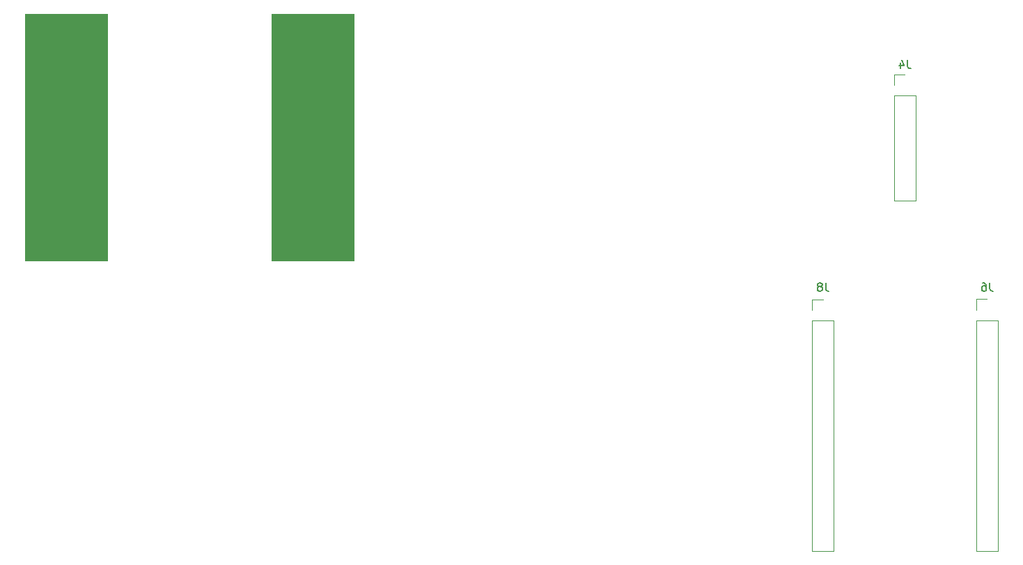
<source format=gbr>
%TF.GenerationSoftware,KiCad,Pcbnew,(6.0.7-1)-1*%
%TF.CreationDate,2022-09-29T14:19:47-06:00*%
%TF.ProjectId,starman,73746172-6d61-46e2-9e6b-696361645f70,rev?*%
%TF.SameCoordinates,Original*%
%TF.FileFunction,Legend,Bot*%
%TF.FilePolarity,Positive*%
%FSLAX46Y46*%
G04 Gerber Fmt 4.6, Leading zero omitted, Abs format (unit mm)*
G04 Created by KiCad (PCBNEW (6.0.7-1)-1) date 2022-09-29 14:19:47*
%MOMM*%
%LPD*%
G01*
G04 APERTURE LIST*
%ADD10C,0.100000*%
%ADD11C,0.150000*%
%ADD12C,0.120000*%
G04 APERTURE END LIST*
D10*
G36*
X100000000Y-110000000D02*
G01*
X90000000Y-110000000D01*
X90000000Y-80000000D01*
X100000000Y-80000000D01*
X100000000Y-110000000D01*
G37*
X100000000Y-110000000D02*
X90000000Y-110000000D01*
X90000000Y-80000000D01*
X100000000Y-80000000D01*
X100000000Y-110000000D01*
G36*
X130000000Y-110000000D02*
G01*
X120000000Y-110000000D01*
X120000000Y-80000000D01*
X130000000Y-80000000D01*
X130000000Y-110000000D01*
G37*
X130000000Y-110000000D02*
X120000000Y-110000000D01*
X120000000Y-80000000D01*
X130000000Y-80000000D01*
X130000000Y-110000000D01*
D11*
%TO.C,J6*%
X207333333Y-112707380D02*
X207333333Y-113421666D01*
X207380952Y-113564523D01*
X207476190Y-113659761D01*
X207619047Y-113707380D01*
X207714285Y-113707380D01*
X206428571Y-112707380D02*
X206619047Y-112707380D01*
X206714285Y-112755000D01*
X206761904Y-112802619D01*
X206857142Y-112945476D01*
X206904761Y-113135952D01*
X206904761Y-113516904D01*
X206857142Y-113612142D01*
X206809523Y-113659761D01*
X206714285Y-113707380D01*
X206523809Y-113707380D01*
X206428571Y-113659761D01*
X206380952Y-113612142D01*
X206333333Y-113516904D01*
X206333333Y-113278809D01*
X206380952Y-113183571D01*
X206428571Y-113135952D01*
X206523809Y-113088333D01*
X206714285Y-113088333D01*
X206809523Y-113135952D01*
X206857142Y-113183571D01*
X206904761Y-113278809D01*
%TO.C,J8*%
X187373333Y-112717380D02*
X187373333Y-113431666D01*
X187420952Y-113574523D01*
X187516190Y-113669761D01*
X187659047Y-113717380D01*
X187754285Y-113717380D01*
X186754285Y-113145952D02*
X186849523Y-113098333D01*
X186897142Y-113050714D01*
X186944761Y-112955476D01*
X186944761Y-112907857D01*
X186897142Y-112812619D01*
X186849523Y-112765000D01*
X186754285Y-112717380D01*
X186563809Y-112717380D01*
X186468571Y-112765000D01*
X186420952Y-112812619D01*
X186373333Y-112907857D01*
X186373333Y-112955476D01*
X186420952Y-113050714D01*
X186468571Y-113098333D01*
X186563809Y-113145952D01*
X186754285Y-113145952D01*
X186849523Y-113193571D01*
X186897142Y-113241190D01*
X186944761Y-113336428D01*
X186944761Y-113526904D01*
X186897142Y-113622142D01*
X186849523Y-113669761D01*
X186754285Y-113717380D01*
X186563809Y-113717380D01*
X186468571Y-113669761D01*
X186420952Y-113622142D01*
X186373333Y-113526904D01*
X186373333Y-113336428D01*
X186420952Y-113241190D01*
X186468571Y-113193571D01*
X186563809Y-113145952D01*
%TO.C,J4*%
X197333333Y-85652380D02*
X197333333Y-86366666D01*
X197380952Y-86509523D01*
X197476190Y-86604761D01*
X197619047Y-86652380D01*
X197714285Y-86652380D01*
X196428571Y-85985714D02*
X196428571Y-86652380D01*
X196666666Y-85604761D02*
X196904761Y-86319047D01*
X196285714Y-86319047D01*
D12*
%TO.C,J6*%
X208330000Y-117295000D02*
X208330000Y-145295000D01*
X207000000Y-114695000D02*
X205670000Y-114695000D01*
X208330000Y-117295000D02*
X205670000Y-117295000D01*
X205670000Y-117295000D02*
X205670000Y-145295000D01*
X205670000Y-114695000D02*
X205670000Y-116025000D01*
X208330000Y-145295000D02*
X205670000Y-145295000D01*
%TO.C,J8*%
X187040000Y-114705000D02*
X185710000Y-114705000D01*
X188370000Y-117305000D02*
X188370000Y-145305000D01*
X188370000Y-145305000D02*
X185710000Y-145305000D01*
X185710000Y-114705000D02*
X185710000Y-116035000D01*
X185710000Y-117305000D02*
X185710000Y-145305000D01*
X188370000Y-117305000D02*
X185710000Y-117305000D01*
%TO.C,J4*%
X198330000Y-102730000D02*
X195670000Y-102730000D01*
X198330000Y-89970000D02*
X198330000Y-102730000D01*
X195670000Y-89970000D02*
X195670000Y-102730000D01*
X195670000Y-87370000D02*
X195670000Y-88700000D01*
X198330000Y-89970000D02*
X195670000Y-89970000D01*
X197000000Y-87370000D02*
X195670000Y-87370000D01*
%TD*%
M02*

</source>
